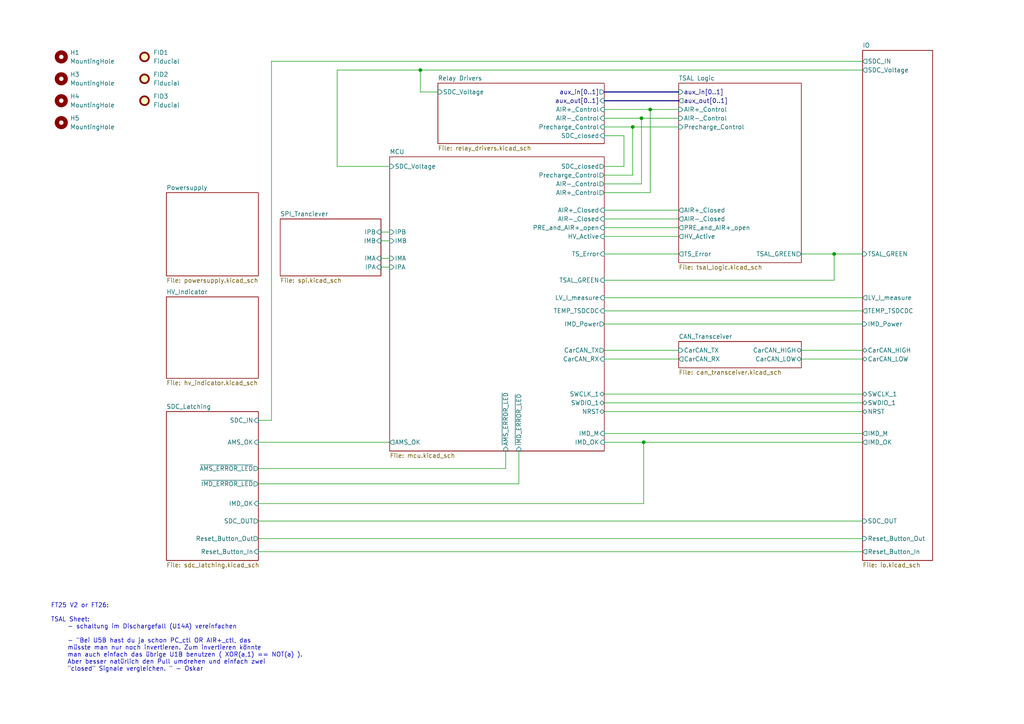
<source format=kicad_sch>
(kicad_sch (version 20250114) (generator "eeschema") (generator_version "9.0")
  (paper "A4")
  (title_block (title "AMS Master Rootsheet") (date "2025-03-09") (rev "V1") (comment 1 "Lene Marquardt"))
  (lib_symbols
    (symbol "Mechanical:Fiducial" (exclude_from_sim yes) (in_bom no)
      (property "Reference" "FID" (at 0 5.08 0))
      (property "Value" "Fiducial" (at 0 3.175 0))
      (symbol "Fiducial_0_1"
        (circle (center 0 0) (radius 1.27) (stroke (width 0.508)) (fill (type background)))
      )
    )
    (symbol "Mechanical:MountingHole" (pin_names (offset 1.016)) (exclude_from_sim yes) (in_bom no)
      (property "Reference" "H" (at 0 5.08 0))
      (property "Value" "MountingHole" (at 0 3.175 0))
      (symbol "MountingHole_0_1"
        (circle (center 0 0) (radius 1.27) (stroke (width 1.27)))
      )
    )
  )
  (text "FT25 V2 or FT26:\n\nTSAL Sheet:\n	- schaltung im Dischargefall (U14A) vereinfachen\n\n	- \"Bei U5B hast du ja schon PC_ctl OR AIR+_ctl, das \n	müsste man nur noch invertieren. Zum invertieren könnte \n	man auch einfach das übrige U1B benutzen ( XOR(a,1) == NOT(a) ). \n	Aber besser natürlich den Pull umdrehen und einfach zwei \n	\"closed\" Signale vergleichen. \" - Oskar\n" (at 14.732 184.912 0) (effects (font (size 1.27 1.27)) (justify left)))
  (junction (at 241.935 73.66))
  (junction (at 121.92 20.32))
  (junction (at 186.69 128.27))
  (junction (at 188.595 31.75))
  (junction (at 183.515 36.83))
  (junction (at 186.055 34.29))
  (wire (pts (xy 180.975 48.26) (xy 180.975 39.37)))
  (wire (pts (xy 188.595 55.88) (xy 188.595 31.75)))
  (wire (pts (xy 175.26 36.83) (xy 183.515 36.83)))
  (wire (pts (xy 175.26 93.98) (xy 250.19 93.98)))
  (wire (pts (xy 175.26 128.27) (xy 186.69 128.27)))
  (wire (pts (xy 186.055 34.29) (xy 196.85 34.29)))
  (wire (pts (xy 110.49 67.31) (xy 113.03 67.31)))
  (wire (pts (xy 186.69 128.27) (xy 186.69 146.05)))
  (bus (pts (xy 175.26 29.21) (xy 196.85 29.21)))
  (wire (pts (xy 175.26 31.75) (xy 188.595 31.75)))
  (wire (pts (xy 78.74 17.78) (xy 250.19 17.78)))
  (wire (pts (xy 175.26 81.28) (xy 241.935 81.28)))
  (wire (pts (xy 97.79 48.26) (xy 113.03 48.26)))
  (wire (pts (xy 74.93 156.21) (xy 250.19 156.21)))
  (wire (pts (xy 121.92 20.32) (xy 121.92 26.67)))
  (wire (pts (xy 183.515 36.83) (xy 183.515 50.8)))
  (wire (pts (xy 188.595 31.75) (xy 196.85 31.75)))
  (wire (pts (xy 232.41 104.14) (xy 250.19 104.14)))
  (wire (pts (xy 110.49 77.47) (xy 113.03 77.47)))
  (wire (pts (xy 74.93 140.335) (xy 150.495 140.335)))
  (wire (pts (xy 175.26 73.66) (xy 196.85 73.66)))
  (wire (pts (xy 175.26 50.8) (xy 183.515 50.8)))
  (wire (pts (xy 74.93 128.27) (xy 113.03 128.27)))
  (wire (pts (xy 110.49 69.85) (xy 113.03 69.85)))
  (wire (pts (xy 150.495 130.81) (xy 150.495 140.335)))
  (wire (pts (xy 175.26 114.3) (xy 250.19 114.3)))
  (wire (pts (xy 175.26 119.38) (xy 250.19 119.38)))
  (wire (pts (xy 74.93 121.92) (xy 78.74 121.92)))
  (wire (pts (xy 241.935 73.66) (xy 250.19 73.66)))
  (wire (pts (xy 241.935 73.66) (xy 241.935 81.28)))
  (wire (pts (xy 175.26 53.34) (xy 186.055 53.34)))
  (wire (pts (xy 121.92 26.67) (xy 127 26.67)))
  (wire (pts (xy 97.79 20.32) (xy 97.79 48.26)))
  (wire (pts (xy 175.26 66.04) (xy 196.85 66.04)))
  (wire (pts (xy 175.26 34.29) (xy 186.055 34.29)))
  (wire (pts (xy 110.49 74.93) (xy 113.03 74.93)))
  (wire (pts (xy 232.41 73.66) (xy 241.935 73.66)))
  (wire (pts (xy 186.69 128.27) (xy 250.19 128.27)))
  (wire (pts (xy 175.26 86.36) (xy 250.19 86.36)))
  (wire (pts (xy 74.93 160.02) (xy 250.19 160.02)))
  (wire (pts (xy 175.26 125.73) (xy 250.19 125.73)))
  (wire (pts (xy 175.26 68.58) (xy 196.85 68.58)))
  (wire (pts (xy 175.26 101.6) (xy 196.85 101.6)))
  (wire (pts (xy 183.515 36.83) (xy 196.85 36.83)))
  (wire (pts (xy 180.975 39.37) (xy 175.26 39.37)))
  (wire (pts (xy 175.26 116.84) (xy 250.19 116.84)))
  (wire (pts (xy 175.26 90.17) (xy 250.19 90.17)))
  (bus (pts (xy 175.26 26.67) (xy 196.85 26.67)))
  (wire (pts (xy 74.93 151.13) (xy 250.19 151.13)))
  (wire (pts (xy 146.685 135.89) (xy 146.685 130.81)))
  (wire (pts (xy 175.26 104.14) (xy 196.85 104.14)))
  (wire (pts (xy 175.26 63.5) (xy 196.85 63.5)))
  (wire (pts (xy 180.975 48.26) (xy 175.26 48.26)))
  (wire (pts (xy 74.93 135.89) (xy 146.685 135.89)))
  (wire (pts (xy 74.93 146.05) (xy 186.69 146.05)))
  (wire (pts (xy 97.79 20.32) (xy 121.92 20.32)))
  (wire (pts (xy 78.74 17.78) (xy 78.74 121.92)))
  (wire (pts (xy 121.92 20.32) (xy 250.19 20.32)))
  (wire (pts (xy 232.41 101.6) (xy 250.19 101.6)))
  (wire (pts (xy 186.055 34.29) (xy 186.055 53.34)))
  (wire (pts (xy 175.26 60.96) (xy 196.85 60.96)))
  (wire (pts (xy 175.26 55.88) (xy 188.595 55.88)))
  (symbol (lib_id "Mechanical:MountingHole") (at 17.78 16.51 0) (unit 1) (exclude_from_sim yes) (in_bom no)
    (property "Reference" "H1" (at 20.32 15.2399 0) (effects (justify left)))
    (property "Value" "MountingHole" (at 20.32 17.7799 0) (effects (justify left)))
    (property "Footprint" "MountingHole:MountingHole_3.2mm_M3" (effects (hide yes)))
    (property "Description" "Mounting Hole without connection" (effects (hide yes)))
  )
  (symbol (lib_id "Mechanical:MountingHole") (at 17.78 35.56 0) (unit 1) (exclude_from_sim yes) (in_bom no)
    (property "Reference" "H5" (at 20.32 34.2899 0) (effects (justify left)))
    (property "Value" "MountingHole" (at 20.32 36.8299 0) (effects (justify left)))
    (property "Footprint" "MountingHole:MountingHole_3.2mm_M3" (effects (hide yes)))
    (property "Description" "Mounting Hole without connection" (effects (hide yes)))
  )
  (symbol (lib_id "Mechanical:Fiducial") (at 41.91 29.21 0) (unit 1) (exclude_from_sim yes) (in_bom no)
    (property "Reference" "FID3" (at 44.45 27.9399 0) (effects (justify left)))
    (property "Value" "Fiducial" (at 44.45 30.4799 0) (effects (justify left)))
    (property "Footprint" "Fiducial:Fiducial_1mm_Mask2mm" (effects (hide yes)))
    (property "Description" "Fiducial Marker" (effects (hide yes)))
  )
  (symbol (lib_id "Mechanical:Fiducial") (at 41.91 16.51 0) (unit 1) (exclude_from_sim yes) (in_bom no)
    (property "Reference" "FID1" (at 44.45 15.2399 0) (effects (justify left)))
    (property "Value" "Fiducial" (at 44.45 17.7799 0) (effects (justify left)))
    (property "Footprint" "Fiducial:Fiducial_1mm_Mask2mm" (effects (hide yes)))
    (property "Description" "Fiducial Marker" (effects (hide yes)))
  )
  (symbol (lib_id "Mechanical:MountingHole") (at 17.78 29.21 0) (unit 1) (exclude_from_sim yes) (in_bom no)
    (property "Reference" "H4" (at 20.32 27.9399 0) (effects (justify left)))
    (property "Value" "MountingHole" (at 20.32 30.4799 0) (effects (justify left)))
    (property "Footprint" "MountingHole:MountingHole_3.2mm_M3" (effects (hide yes)))
    (property "Description" "Mounting Hole without connection" (effects (hide yes)))
  )
  (symbol (lib_id "Mechanical:Fiducial") (at 41.91 22.86 0) (unit 1) (exclude_from_sim yes) (in_bom no)
    (property "Reference" "FID2" (at 44.45 21.5899 0) (effects (justify left)))
    (property "Value" "Fiducial" (at 44.45 24.1299 0) (effects (justify left)))
    (property "Footprint" "Fiducial:Fiducial_1mm_Mask2mm" (effects (hide yes)))
    (property "Description" "Fiducial Marker" (effects (hide yes)))
  )
  (symbol (lib_id "Mechanical:MountingHole") (at 17.78 22.86 0) (unit 1) (exclude_from_sim yes) (in_bom no)
    (property "Reference" "H3" (at 20.32 21.5899 0) (effects (justify left)))
    (property "Value" "MountingHole" (at 20.32 24.1299 0) (effects (justify left)))
    (property "Footprint" "MountingHole:MountingHole_3.2mm_M3" (effects (hide yes)))
    (property "Description" "Mounting Hole without connection" (effects (hide yes)))
  )
  (sheet (at 48.26 119.38) (size 26.67 43.18) (stroke (width 0.1524))
    (property "Sheetname" "SDC_Latching" (at 48.26 118.6684 0) (effects (justify left bottom)))
    (property "Sheetfile" "sdc_latching.kicad_sch" (at 48.26 163.1446 0) (effects (justify left top)))
    (pin "Reset_Button_In" input (at 74.93 160.02 0))
    (pin "Reset_Button_Out" output (at 74.93 156.21 0))
    (pin "SDC_OUT" output (at 74.93 151.13 0))
    (pin "SDC_IN" input (at 74.93 121.92 0))
    (pin "AMS_OK" input (at 74.93 128.27 0))
    (pin "IMD_OK" input (at 74.93 146.05 0))
    (pin "~{AMS_ERROR_LED}" output (at 74.93 135.89 0))
    (pin "~{IMD_ERROR_LED}" output (at 74.93 140.335 0))
  )
  (sheet (at 48.26 55.88) (size 26.67 24.13) (stroke (width 0.1524))
    (property "Sheetname" "Powersupply" (at 48.26 55.1684 0) (effects (justify left bottom)))
    (property "Sheetfile" "powersupply.kicad_sch" (at 48.26 80.5946 0) (effects (justify left top)))
  )
  (sheet (at 196.85 24.13) (size 35.56 52.07) (stroke (width 0.1524))
    (property "Sheetname" "TSAL Logic" (at 196.85 23.4184 0) (effects (justify left bottom)))
    (property "Sheetfile" "tsal_logic.kicad_sch" (at 196.85 76.7846 0) (effects (justify left top)))
    (pin "AIR-_Closed" output (at 196.85 63.5 180))
    (pin "AIR-_Control" input (at 196.85 34.29 180))
    (pin "AIR+_Control" input (at 196.85 31.75 180))
    (pin "AIR+_Closed" output (at 196.85 60.96 180))
    (pin "HV_Active" output (at 196.85 68.58 180))
    (pin "TS_Error" output (at 196.85 73.66 180))
    (pin "Precharge_Control" input (at 196.85 36.83 180))
    (pin "TSAL_GREEN" output (at 232.41 73.66 0))
    (pin "aux_out[0..1]" output (at 196.85 29.21 180))
    (pin "aux_in[0..1]" input (at 196.85 26.67 180))
    (pin "PRE_and_AIR+_open" output (at 196.85 66.04 180))
  )
  (sheet (at 48.26 86.106) (size 26.67 23.622) (stroke (width 0.1524))
    (property "Sheetname" "HV_Indicator" (at 48.26 85.3944 0) (effects (justify left bottom)))
    (property "Sheetfile" "hv_indicator.kicad_sch" (at 48.26 110.3126 0) (effects (justify left top)))
  )
  (sheet (at 81.28 63.5) (size 29.21 16.51) (stroke (width 0.1524))
    (property "Sheetname" "SPI_Tranciever" (at 81.28 62.7884 0) (effects (justify left bottom)))
    (property "Sheetfile" "spi.kicad_sch" (at 81.28 80.5946 0) (effects (justify left top)))
    (pin "IPB" input (at 110.49 67.31 0))
    (pin "IMB" input (at 110.49 69.85 0))
    (pin "IMA" input (at 110.49 74.93 0))
    (pin "IPA" input (at 110.49 77.47 0))
  )
  (sheet (at 127 24.13) (size 48.26 17.526) (stroke (width 0.1524))
    (property "Sheetname" "Relay Drivers" (at 127 23.4184 0) (effects (justify left bottom)))
    (property "Sheetfile" "relay_drivers.kicad_sch" (at 127 42.2406 0) (effects (justify left top)))
    (pin "AIR-_Control" input (at 175.26 34.29 0))
    (pin "AIR+_Control" input (at 175.26 31.75 0))
    (pin "Precharge_Control" input (at 175.26 36.83 0))
    (pin "SDC_Voltage" input (at 127 26.67 180))
    (pin "SDC_closed" input (at 175.26 39.37 0))
    (pin "aux_out[0..1]" input (at 175.26 29.21 0))
    (pin "aux_in[0..1]" output (at 175.26 26.67 0))
  )
  (sheet (at 113.03 45.466) (size 62.23 85.344) (stroke (width 0.1524))
    (property "Sheetname" "MCU" (at 113.03 44.7544 0) (effects (justify left bottom)))
    (property "Sheetfile" "mcu.kicad_sch" (at 113.03 131.3946 0) (effects (justify left top)))
    (pin "CarCAN_TX" output (at 175.26 101.6 0))
    (pin "SWCLK_1" bidirectional (at 175.26 114.3 0))
    (pin "SWDIO_1" bidirectional (at 175.26 116.84 0))
    (pin "CarCAN_RX" input (at 175.26 104.14 0))
    (pin "AIR+_Control" output (at 175.26 55.88 0))
    (pin "AIR-_Control" output (at 175.26 53.34 0))
    (pin "HV_Active" input (at 175.26 68.58 0))
    (pin "AIR+_Closed" input (at 175.26 60.96 0))
    (pin "AIR-_Closed" input (at 175.26 63.5 0))
    (pin "SDC_Voltage" input (at 113.03 48.26 180))
    (pin "IMD_OK" input (at 175.26 128.27 0))
    (pin "TS_Error" input (at 175.26 73.66 0))
    (pin "IMD_M" input (at 175.26 125.73 0))
    (pin "Precharge_Control" output (at 175.26 50.8 0))
    (pin "AMS_OK" output (at 113.03 128.27 180))
    (pin "IMB" input (at 113.03 69.85 180))
    (pin "IMA" input (at 113.03 74.93 180))
    (pin "IPA" input (at 113.03 77.47 180))
    (pin "IPB" input (at 113.03 67.31 180))
    (pin "~{IMD_ERROR_LED}" input (at 150.495 130.81 270))
    (pin "~{AMS_ERROR_LED}" input (at 146.685 130.81 270))
    (pin "TSAL_GREEN" input (at 175.26 81.28 0))
    (pin "NRST" bidirectional (at 175.26 119.38 0))
    (pin "TEMP_TSDCDC" input (at 175.26 90.17 0))
    (pin "LV_I_measure" input (at 175.26 86.36 0))
    (pin "SDC_closed" output (at 175.26 48.26 0))
    (pin "PRE_and_AIR+_open" input (at 175.26 66.04 0))
    (pin "IMD_Power" output (at 175.26 93.98 0))
  )
  (sheet (at 196.85 99.06) (size 35.56 7.62) (stroke (width 0.1524))
    (property "Sheetname" "CAN_Transceiver" (at 196.85 98.3484 0) (effects (justify left bottom)))
    (property "Sheetfile" "can_transceiver.kicad_sch" (at 196.85 107.2646 0) (effects (justify left top)))
    (pin "CarCAN_HIGH" bidirectional (at 232.41 101.6 0))
    (pin "CarCAN_LOW" bidirectional (at 232.41 104.14 0))
    (pin "CarCAN_RX" output (at 196.85 104.14 180))
    (pin "CarCAN_TX" input (at 196.85 101.6 180))
  )
  (sheet (at 250.19 14.605) (size 20.32 147.955) (stroke (width 0.1524))
    (property "Sheetname" "IO" (at 250.19 13.8934 0) (effects (justify left bottom)))
    (property "Sheetfile" "io.kicad_sch" (at 250.19 163.1446 0) (effects (justify left top)))
    (pin "IMD_OK" output (at 250.19 128.27 180))
    (pin "CarCAN_HIGH" bidirectional (at 250.19 101.6 180))
    (pin "CarCAN_LOW" bidirectional (at 250.19 104.14 180))
    (pin "SWCLK_1" bidirectional (at 250.19 114.3 180))
    (pin "SWDIO_1" bidirectional (at 250.19 116.84 180))
    (pin "IMD_M" output (at 250.19 125.73 180))
    (pin "IMD_Power" input (at 250.19 93.98 180))
    (pin "NRST" bidirectional (at 250.19 119.38 180))
    (pin "TEMP_TSDCDC" output (at 250.19 90.17 180))
    (pin "TSAL_GREEN" input (at 250.19 73.66 180))
    (pin "LV_I_measure" output (at 250.19 86.36 180))
    (pin "Reset_Button_Out" input (at 250.19 156.21 180))
    (pin "SDC_IN" output (at 250.19 17.78 180))
    (pin "SDC_Voltage" output (at 250.19 20.32 180))
    (pin "SDC_OUT" input (at 250.19 151.13 180))
    (pin "Reset_Button_In" output (at 250.19 160.02 180))
  )
)
</source>
